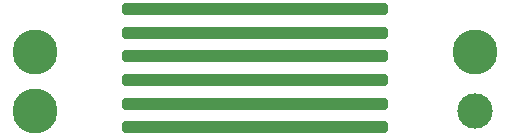
<source format=gts>
G04 #@! TF.GenerationSoftware,KiCad,Pcbnew,7.0.7*
G04 #@! TF.CreationDate,2024-12-02T13:56:48+01:00*
G04 #@! TF.ProjectId,Finger_FSR_V1_length,46696e67-6572-45f4-9653-525f56315f6c,rev?*
G04 #@! TF.SameCoordinates,Original*
G04 #@! TF.FileFunction,Soldermask,Top*
G04 #@! TF.FilePolarity,Negative*
%FSLAX46Y46*%
G04 Gerber Fmt 4.6, Leading zero omitted, Abs format (unit mm)*
G04 Created by KiCad (PCBNEW 7.0.7) date 2024-12-02 13:56:48*
%MOMM*%
%LPD*%
G01*
G04 APERTURE LIST*
G04 Aperture macros list*
%AMRoundRect*
0 Rectangle with rounded corners*
0 $1 Rounding radius*
0 $2 $3 $4 $5 $6 $7 $8 $9 X,Y pos of 4 corners*
0 Add a 4 corners polygon primitive as box body*
4,1,4,$2,$3,$4,$5,$6,$7,$8,$9,$2,$3,0*
0 Add four circle primitives for the rounded corners*
1,1,$1+$1,$2,$3*
1,1,$1+$1,$4,$5*
1,1,$1+$1,$6,$7*
1,1,$1+$1,$8,$9*
0 Add four rect primitives between the rounded corners*
20,1,$1+$1,$2,$3,$4,$5,0*
20,1,$1+$1,$4,$5,$6,$7,0*
20,1,$1+$1,$6,$7,$8,$9,0*
20,1,$1+$1,$8,$9,$2,$3,0*%
G04 Aperture macros list end*
%ADD10RoundRect,0.250000X-11.000000X-0.250000X11.000000X-0.250000X11.000000X0.250000X-11.000000X0.250000X0*%
%ADD11C,3.000000*%
%ADD12C,3.800000*%
G04 APERTURE END LIST*
D10*
X134800000Y-74000000D03*
X134800000Y-76000000D03*
X134800000Y-72000000D03*
D11*
X153450000Y-78650000D03*
D12*
X153450000Y-73650000D03*
D10*
X134800000Y-80000000D03*
D12*
X116150000Y-73650000D03*
D10*
X134800000Y-70000000D03*
X134800000Y-78000000D03*
D12*
X116150000Y-78650000D03*
M02*

</source>
